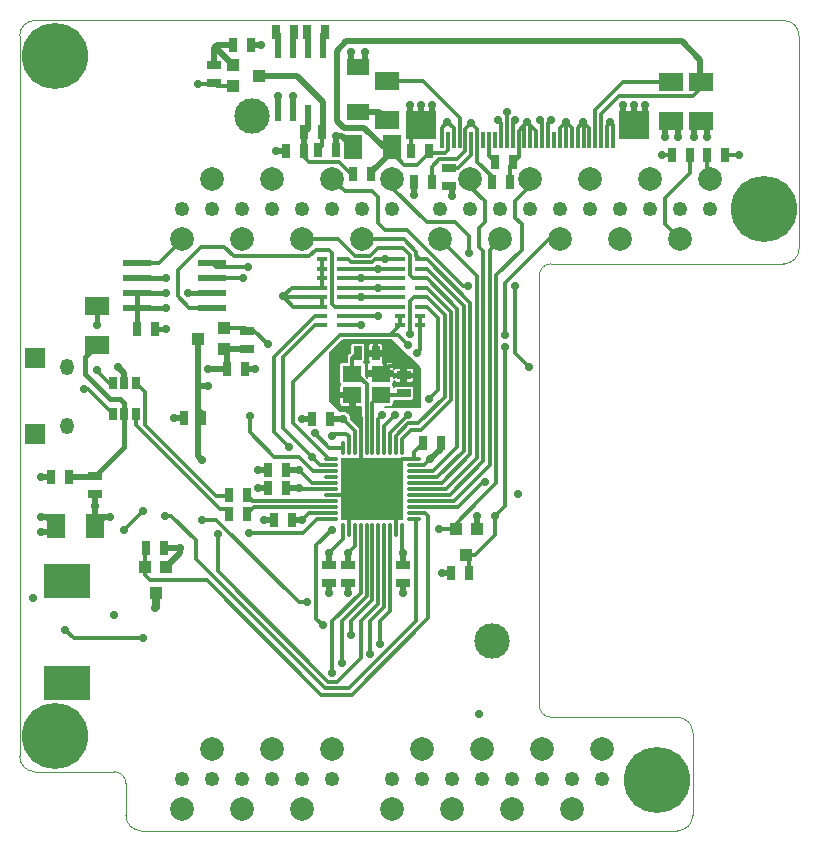
<source format=gbl>
G04 (created by PCBNEW (2013-07-07 BZR 4022)-stable) date 06/05/2014 22:12:36*
%MOIN*%
G04 Gerber Fmt 3.4, Leading zero omitted, Abs format*
%FSLAX34Y34*%
G01*
G70*
G90*
G04 APERTURE LIST*
%ADD10C,0.00590551*%
%ADD11C,0.000393701*%
%ADD12R,0.0944701X0.0236*%
%ADD13R,0.08X0.06*%
%ADD14R,0.025X0.045*%
%ADD15C,0.220472*%
%ADD16R,0.0629921X0.0551181*%
%ADD17R,0.0272X0.0394*%
%ADD18R,0.0433071X0.0433071*%
%ADD19R,0.0748031X0.0551181*%
%ADD20R,0.0236X0.0551*%
%ADD21R,0.06X0.08*%
%ADD22R,0.045X0.025*%
%ADD23R,0.0354331X0.0177165*%
%ADD24O,0.0511811X0.011811*%
%ADD25O,0.011811X0.0511811*%
%ADD26R,0.208661X0.208661*%
%ADD27C,0.11811*%
%ADD28O,0.0452756X0.0551181*%
%ADD29R,0.0669291X0.0669291*%
%ADD30R,0.011811X0.0570866*%
%ADD31R,0.102362X0.0925197*%
%ADD32C,0.0787402*%
%ADD33C,0.0492126*%
%ADD34R,0.15748X0.11811*%
%ADD35C,0.0275591*%
%ADD36C,0.011811*%
%ADD37C,0.019685*%
%ADD38C,0.015748*%
%ADD39C,0.0275591*%
%ADD40C,0.00787402*%
G04 APERTURE END LIST*
G54D10*
G54D11*
X42173Y-51606D02*
X42173Y-27590D01*
X42173Y-27590D02*
G75*
G02X42685Y-27078I511J0D01*
G74*
G01*
X45716Y-52511D02*
X45716Y-53574D01*
X42685Y-52118D02*
X45322Y-52118D01*
X67645Y-27078D02*
X42685Y-27078D01*
X68157Y-34677D02*
X68157Y-27590D01*
X59889Y-35188D02*
X67645Y-35188D01*
X59496Y-49913D02*
X59496Y-35582D01*
X64102Y-50307D02*
X59889Y-50307D01*
X64614Y-53574D02*
X64614Y-50818D01*
X46228Y-54086D02*
X64102Y-54086D01*
X45322Y-52118D02*
G75*
G02X45716Y-52511I0J-393D01*
G74*
G01*
X42685Y-52118D02*
G75*
G02X42173Y-51606I0J511D01*
G74*
G01*
X67645Y-27078D02*
G75*
G02X68157Y-27590I0J-511D01*
G74*
G01*
X68157Y-34678D02*
G75*
G02X67645Y-35188I-511J0D01*
G74*
G01*
X59496Y-35581D02*
G75*
G02X59889Y-35188I393J0D01*
G74*
G01*
X59889Y-50307D02*
G75*
G02X59496Y-49913I0J393D01*
G74*
G01*
X64103Y-50307D02*
G75*
G02X64614Y-50818I0J-511D01*
G74*
G01*
X64614Y-53575D02*
G75*
G02X64102Y-54086I-511J0D01*
G74*
G01*
X46227Y-54086D02*
G75*
G02X45716Y-53574I0J511D01*
G74*
G01*
G54D12*
X46095Y-35155D03*
X48589Y-35155D03*
X46095Y-35655D03*
X46095Y-36155D03*
X46095Y-36655D03*
X48589Y-35655D03*
X48589Y-36155D03*
X48589Y-36655D03*
G54D13*
X44744Y-36613D03*
X44744Y-37913D03*
G54D14*
X65093Y-31574D03*
X65693Y-31574D03*
X64532Y-31574D03*
X63932Y-31574D03*
G54D15*
X43354Y-50937D03*
X63433Y-52393D03*
X43354Y-28259D03*
X66976Y-33377D03*
G54D14*
X46392Y-44665D03*
X46992Y-44665D03*
G54D16*
X53267Y-38858D03*
X54212Y-38858D03*
X54212Y-39566D03*
X53267Y-39566D03*
G54D17*
X45295Y-39173D03*
X46043Y-39173D03*
X45669Y-39173D03*
X46043Y-40197D03*
X45295Y-40197D03*
X45669Y-40197D03*
G54D18*
X49291Y-28567D03*
X49291Y-29267D03*
X50157Y-28917D03*
X57416Y-44035D03*
X56716Y-44035D03*
X57066Y-44901D03*
X48996Y-38046D03*
X48996Y-37346D03*
X48129Y-37696D03*
G54D19*
X53464Y-30118D03*
X53464Y-28622D03*
G54D20*
X50785Y-30164D03*
X50785Y-28064D03*
X51285Y-30164D03*
X51785Y-30164D03*
X52285Y-30164D03*
X51285Y-28064D03*
X51785Y-28064D03*
X52285Y-28064D03*
G54D13*
X63897Y-29133D03*
X63897Y-30433D03*
X64881Y-29133D03*
X64881Y-30433D03*
G54D21*
X44685Y-43917D03*
X43385Y-43917D03*
G54D13*
X54429Y-29094D03*
X54429Y-30394D03*
G54D21*
X54587Y-31299D03*
X53287Y-31299D03*
G54D14*
X49148Y-42913D03*
X49748Y-42913D03*
X49148Y-43523D03*
X49748Y-43523D03*
G54D22*
X48661Y-29177D03*
X48661Y-28577D03*
G54D14*
X53902Y-32204D03*
X53302Y-32204D03*
G54D22*
X44685Y-42278D03*
X44685Y-42878D03*
G54D14*
X58026Y-31811D03*
X58626Y-31811D03*
X56570Y-45511D03*
X57170Y-45511D03*
G54D22*
X49763Y-37416D03*
X49763Y-38016D03*
X54960Y-45231D03*
X54960Y-45831D03*
G54D14*
X56205Y-41161D03*
X55605Y-41161D03*
X43823Y-42283D03*
X43223Y-42283D03*
X52524Y-40354D03*
X51924Y-40354D03*
X49286Y-27913D03*
X49886Y-27913D03*
X51048Y-42657D03*
X50448Y-42657D03*
X52268Y-30807D03*
X51668Y-30807D03*
X51638Y-31417D03*
X51038Y-31417D03*
X52347Y-27460D03*
X51747Y-27460D03*
X50723Y-27460D03*
X51323Y-27460D03*
X52121Y-31397D03*
X52721Y-31397D03*
G54D22*
X53110Y-45231D03*
X53110Y-45831D03*
G54D14*
X51244Y-43720D03*
X50644Y-43720D03*
G54D22*
X56476Y-32003D03*
X56476Y-32603D03*
G54D14*
X57908Y-32460D03*
X58508Y-32460D03*
X55910Y-32460D03*
X55310Y-32460D03*
X49089Y-38700D03*
X49689Y-38700D03*
X55831Y-31437D03*
X55231Y-31437D03*
G54D22*
X52500Y-45231D03*
X52500Y-45831D03*
G54D14*
X51048Y-42047D03*
X50448Y-42047D03*
X46097Y-37362D03*
X46697Y-37362D03*
G54D22*
X54980Y-39512D03*
X54980Y-38912D03*
G54D14*
X53440Y-38169D03*
X54040Y-38169D03*
X48252Y-40314D03*
X47652Y-40314D03*
G54D23*
X54842Y-37244D03*
X54842Y-36929D03*
X54842Y-36614D03*
X54842Y-36299D03*
X54842Y-35984D03*
X54842Y-35669D03*
X54842Y-35354D03*
X54842Y-35039D03*
X55511Y-35039D03*
X55511Y-35354D03*
X55511Y-35669D03*
X55511Y-35984D03*
X55511Y-36299D03*
X55511Y-36614D03*
X55511Y-36929D03*
X55511Y-37244D03*
X52933Y-35039D03*
X52933Y-35354D03*
X52933Y-35669D03*
X52933Y-35984D03*
X52933Y-36299D03*
X52933Y-36614D03*
X52933Y-36929D03*
X52933Y-37244D03*
X52263Y-37244D03*
X52263Y-36929D03*
X52263Y-36614D03*
X52263Y-36299D03*
X52263Y-35984D03*
X52263Y-35669D03*
X52263Y-35354D03*
X52263Y-35039D03*
G54D24*
X52559Y-43681D03*
X52559Y-43484D03*
X52559Y-43287D03*
X52559Y-43090D03*
X52559Y-42893D03*
X52559Y-42696D03*
X52559Y-42500D03*
X52559Y-42303D03*
X52559Y-42106D03*
X52559Y-41909D03*
X52559Y-41712D03*
G54D25*
X52952Y-41318D03*
X53149Y-41318D03*
X53346Y-41318D03*
X53543Y-41318D03*
X53740Y-41318D03*
X53937Y-41318D03*
X54133Y-41318D03*
X54330Y-41318D03*
X54527Y-41318D03*
X54724Y-41318D03*
X54921Y-41318D03*
G54D24*
X55314Y-41712D03*
X55314Y-41909D03*
X55314Y-42106D03*
X55314Y-42303D03*
X55314Y-42500D03*
X55314Y-42696D03*
X55314Y-42893D03*
X55314Y-43090D03*
X55314Y-43287D03*
X55314Y-43484D03*
X55314Y-43681D03*
G54D25*
X54921Y-44074D03*
X54724Y-44074D03*
X54527Y-44074D03*
X54330Y-44074D03*
X54133Y-44074D03*
X53937Y-44074D03*
X53740Y-44074D03*
X53543Y-44074D03*
X53346Y-44074D03*
X53149Y-44074D03*
X52952Y-44074D03*
G54D26*
X53937Y-42696D03*
G54D27*
X49905Y-30267D03*
X57905Y-47767D03*
G54D18*
X47062Y-45295D03*
X46362Y-45295D03*
X46712Y-46161D03*
G54D28*
X43767Y-38614D03*
X43767Y-40582D03*
G54D29*
X42704Y-38338D03*
X42704Y-40858D03*
G54D30*
X56248Y-31055D03*
X56444Y-31055D03*
X56641Y-31055D03*
X56838Y-31055D03*
X57035Y-31055D03*
X57232Y-31055D03*
X57429Y-31055D03*
X57625Y-31055D03*
X57822Y-31055D03*
X58019Y-31055D03*
X58216Y-31055D03*
X58413Y-31055D03*
X58610Y-31055D03*
X58807Y-31055D03*
X59003Y-31055D03*
X59200Y-31055D03*
X59397Y-31055D03*
X59594Y-31055D03*
X59791Y-31055D03*
X59988Y-31055D03*
X60185Y-31055D03*
X60381Y-31055D03*
X60578Y-31055D03*
X60775Y-31055D03*
X60972Y-31055D03*
X61169Y-31055D03*
X61366Y-31055D03*
X61562Y-31055D03*
X61759Y-31055D03*
X61956Y-31055D03*
G54D31*
X55559Y-30562D03*
X62645Y-30562D03*
G54D32*
X61602Y-51370D03*
X60602Y-53370D03*
X59602Y-51370D03*
X58602Y-53370D03*
X57602Y-51370D03*
X56602Y-53370D03*
X55602Y-51370D03*
X54602Y-53370D03*
G54D33*
X61602Y-52370D03*
X60602Y-52370D03*
X59602Y-52370D03*
X58602Y-52370D03*
X57602Y-52370D03*
X56602Y-52370D03*
X55602Y-52370D03*
X54602Y-52370D03*
G54D32*
X65202Y-32370D03*
X64202Y-34370D03*
X63202Y-32370D03*
X62202Y-34370D03*
X61202Y-32370D03*
X60202Y-34370D03*
X59202Y-32370D03*
X58202Y-34370D03*
X56202Y-34370D03*
G54D33*
X65202Y-33370D03*
X64202Y-33370D03*
X63202Y-33370D03*
X62202Y-33370D03*
X61202Y-33370D03*
X60202Y-33370D03*
X59202Y-33370D03*
X58202Y-33370D03*
X57202Y-33370D03*
X56202Y-33370D03*
G54D32*
X57202Y-32370D03*
X52602Y-51370D03*
X51602Y-53370D03*
X50602Y-51370D03*
X49602Y-53370D03*
X48602Y-51370D03*
X47602Y-53370D03*
G54D33*
X52602Y-52370D03*
X51602Y-52370D03*
X50602Y-52370D03*
X49602Y-52370D03*
X48602Y-52370D03*
X47602Y-52370D03*
G54D32*
X54602Y-32370D03*
X53602Y-34370D03*
X52602Y-32370D03*
X51602Y-34370D03*
X50602Y-32370D03*
X49602Y-34370D03*
X48602Y-32370D03*
X47602Y-34370D03*
G54D33*
X54602Y-33370D03*
X53602Y-33370D03*
X52602Y-33370D03*
X51602Y-33370D03*
X50602Y-33370D03*
X49602Y-33370D03*
X48602Y-33370D03*
X47602Y-33370D03*
G54D34*
X43748Y-45779D03*
X43748Y-49165D03*
G54D35*
X47795Y-36161D03*
X47066Y-36653D03*
X47066Y-36161D03*
X57224Y-30492D03*
X51476Y-42657D03*
X57480Y-50196D03*
X48740Y-28016D03*
X45196Y-43622D03*
X44685Y-43248D03*
X45314Y-46889D03*
X42637Y-46338D03*
X48444Y-38700D03*
X66141Y-31574D03*
X63602Y-31574D03*
X56240Y-45511D03*
X54960Y-44822D03*
X54133Y-36929D03*
X55846Y-41712D03*
X51476Y-42047D03*
X51574Y-43720D03*
X52952Y-40354D03*
X52500Y-44822D03*
X53110Y-44822D03*
X48129Y-29192D03*
X47007Y-43582D03*
X48779Y-44192D03*
X55807Y-39704D03*
X52007Y-40826D03*
X54271Y-40216D03*
X45669Y-44055D03*
X46279Y-43444D03*
X54704Y-40216D03*
X54370Y-35039D03*
X58700Y-30413D03*
X54114Y-35354D03*
X58405Y-30118D03*
X53543Y-35669D03*
X58129Y-30413D03*
X46692Y-46653D03*
X50452Y-37874D03*
X57696Y-42460D03*
X58681Y-35944D03*
X57106Y-35944D03*
X59153Y-38641D03*
X55137Y-40216D03*
X51751Y-46476D03*
X48267Y-43720D03*
X55177Y-37519D03*
X49822Y-44153D03*
X57145Y-34842D03*
X52598Y-48818D03*
X52913Y-48503D03*
X53858Y-48188D03*
X54173Y-47874D03*
X58366Y-37952D03*
X55413Y-38169D03*
X58011Y-43602D03*
X49625Y-35669D03*
X54133Y-35984D03*
X59507Y-30413D03*
X49783Y-35295D03*
X53543Y-36299D03*
X59881Y-30413D03*
X55137Y-37913D03*
X58366Y-37559D03*
X51909Y-41614D03*
X56141Y-44035D03*
X49842Y-40275D03*
X48267Y-41732D03*
X48464Y-39271D03*
X46299Y-47677D03*
X43700Y-47401D03*
X53228Y-47559D03*
X52598Y-40944D03*
X51161Y-41299D03*
X52578Y-44055D03*
X52283Y-47244D03*
X47047Y-37362D03*
X47066Y-35649D03*
X47519Y-44665D03*
X45452Y-38622D03*
X47322Y-40314D03*
X42874Y-44133D03*
X42874Y-43622D03*
X42893Y-42283D03*
X50314Y-43720D03*
X58779Y-42874D03*
X50019Y-38700D03*
X65098Y-30964D03*
X64665Y-30964D03*
X64114Y-30964D03*
X63681Y-30964D03*
X50964Y-36279D03*
X59094Y-30472D03*
X53543Y-37244D03*
X50216Y-27913D03*
X63011Y-29881D03*
X62657Y-29881D03*
X62283Y-29881D03*
X61870Y-30472D03*
X60964Y-30472D03*
X60374Y-30472D03*
X55925Y-29881D03*
X55551Y-29881D03*
X55177Y-29881D03*
X56437Y-30472D03*
X53700Y-28129D03*
X53228Y-28129D03*
X56594Y-32933D03*
X55314Y-32913D03*
X50708Y-31417D03*
X52736Y-30944D03*
X51279Y-29606D03*
X50787Y-29606D03*
X57421Y-43602D03*
X53110Y-43523D03*
X54763Y-43523D03*
X53110Y-41870D03*
X53937Y-42696D03*
X54763Y-41870D03*
X51594Y-40354D03*
X53267Y-40059D03*
X52736Y-39566D03*
X54980Y-38582D03*
X54370Y-38169D03*
X54960Y-46161D03*
X53110Y-46161D03*
X52500Y-46161D03*
X50118Y-42657D03*
X50118Y-42047D03*
X44744Y-37224D03*
X44744Y-38740D03*
X44311Y-39350D03*
G54D36*
X51638Y-31417D02*
X51638Y-31618D01*
X53228Y-32204D02*
X53302Y-32204D01*
X52834Y-31811D02*
X53228Y-32204D01*
X51830Y-31811D02*
X52834Y-31811D01*
X51638Y-31618D02*
X51830Y-31811D01*
G54D37*
X51638Y-31417D02*
X51638Y-30837D01*
X51638Y-30837D02*
X51668Y-30807D01*
X51785Y-30164D02*
X51785Y-30690D01*
X51785Y-30690D02*
X51668Y-30807D01*
G54D38*
X46095Y-36655D02*
X46095Y-37360D01*
X46095Y-37360D02*
X46097Y-37362D01*
X48589Y-36155D02*
X47801Y-36155D01*
X47801Y-36155D02*
X47795Y-36161D01*
X46095Y-36655D02*
X47064Y-36655D01*
X47064Y-36655D02*
X47066Y-36653D01*
X46095Y-36155D02*
X47061Y-36155D01*
X47061Y-36155D02*
X47066Y-36161D01*
X46095Y-36655D02*
X46095Y-36155D01*
G54D36*
X57429Y-31055D02*
X57429Y-31799D01*
X57908Y-32278D02*
X57908Y-32460D01*
X57429Y-31799D02*
X57908Y-32278D01*
X57429Y-31055D02*
X57429Y-30696D01*
X57429Y-30696D02*
X57224Y-30492D01*
X57035Y-30681D02*
X57224Y-30492D01*
X57035Y-30681D02*
X57035Y-31055D01*
X55910Y-32460D02*
X55910Y-31963D01*
X57035Y-31429D02*
X57035Y-31055D01*
X56751Y-31712D02*
X57035Y-31429D01*
X56161Y-31712D02*
X56751Y-31712D01*
X55910Y-31963D02*
X56161Y-31712D01*
G54D37*
X51048Y-42657D02*
X51476Y-42657D01*
G54D36*
X51515Y-42696D02*
X51476Y-42657D01*
X51515Y-42696D02*
X52559Y-42696D01*
G54D37*
X44685Y-43917D02*
X44980Y-43622D01*
X44980Y-43622D02*
X45196Y-43622D01*
X44685Y-42878D02*
X44685Y-42879D01*
X44685Y-42879D02*
X44685Y-43248D01*
X44685Y-43248D02*
X44685Y-43917D01*
X51574Y-43720D02*
X51244Y-43720D01*
X49089Y-38700D02*
X49089Y-38140D01*
X49089Y-38140D02*
X48996Y-38046D01*
X49089Y-38700D02*
X48444Y-38700D01*
X48996Y-38046D02*
X49733Y-38046D01*
X49733Y-38046D02*
X49763Y-38016D01*
G54D36*
X65693Y-31574D02*
X66141Y-31574D01*
X63932Y-31574D02*
X63602Y-31574D01*
G54D37*
X56240Y-45511D02*
X56570Y-45511D01*
G54D36*
X52933Y-36929D02*
X54133Y-36929D01*
X56205Y-41161D02*
X56205Y-41353D01*
X55649Y-41909D02*
X55846Y-41712D01*
X55649Y-41909D02*
X55314Y-41909D01*
G54D37*
X56205Y-41353D02*
X55846Y-41712D01*
X49291Y-28567D02*
X48740Y-28016D01*
X48740Y-28016D02*
X48735Y-28011D01*
X48735Y-28011D02*
X48661Y-28011D01*
X48661Y-28577D02*
X48661Y-28011D01*
X48759Y-27913D02*
X48661Y-28011D01*
X48759Y-27913D02*
X49286Y-27913D01*
X51048Y-42047D02*
X51476Y-42047D01*
G54D36*
X51929Y-42500D02*
X51476Y-42047D01*
X51929Y-42500D02*
X52559Y-42500D01*
G54D37*
X52524Y-40354D02*
X52952Y-40354D01*
G54D36*
X53346Y-40748D02*
X52952Y-40354D01*
X53346Y-40748D02*
X53346Y-41318D01*
G54D37*
X54960Y-45231D02*
X54960Y-44822D01*
G54D36*
X54921Y-44783D02*
X54960Y-44822D01*
X54921Y-44783D02*
X54921Y-44074D01*
G54D37*
X52500Y-45231D02*
X52500Y-44822D01*
G54D36*
X52952Y-44370D02*
X52500Y-44822D01*
X52952Y-44370D02*
X52952Y-44074D01*
X51811Y-43484D02*
X51574Y-43720D01*
X51811Y-43484D02*
X52559Y-43484D01*
X64881Y-29133D02*
X64881Y-29330D01*
X61562Y-30188D02*
X62165Y-29586D01*
X62165Y-29586D02*
X63366Y-29586D01*
X61562Y-30188D02*
X61562Y-31055D01*
X64625Y-29586D02*
X63366Y-29586D01*
X64881Y-29330D02*
X64625Y-29586D01*
G54D37*
X54587Y-31299D02*
X54311Y-31299D01*
X54311Y-31299D02*
X53661Y-30649D01*
X64862Y-28385D02*
X64862Y-29133D01*
X64251Y-27775D02*
X64862Y-28385D01*
X53070Y-27775D02*
X64251Y-27775D01*
X52755Y-28090D02*
X53070Y-27775D01*
X52755Y-30433D02*
X52755Y-28090D01*
X52972Y-30649D02*
X52755Y-30433D01*
X53661Y-30649D02*
X52972Y-30649D01*
G54D36*
X54587Y-31299D02*
X54587Y-31476D01*
X55885Y-31437D02*
X55831Y-31437D01*
X55433Y-31889D02*
X55885Y-31437D01*
X55000Y-31889D02*
X55433Y-31889D01*
X54587Y-31476D02*
X55000Y-31889D01*
X56444Y-31055D02*
X56444Y-31409D01*
X56444Y-31409D02*
X56358Y-31496D01*
X56358Y-31496D02*
X55890Y-31496D01*
X55890Y-31496D02*
X55831Y-31437D01*
X53902Y-32204D02*
X53902Y-32140D01*
X54587Y-31456D02*
X54587Y-31299D01*
G54D37*
X53902Y-32140D02*
X54587Y-31456D01*
X53110Y-45231D02*
X53110Y-44822D01*
G54D36*
X53346Y-44586D02*
X53110Y-44822D01*
X53346Y-44586D02*
X53346Y-44074D01*
X48646Y-29192D02*
X48661Y-29177D01*
X48129Y-29192D02*
X48646Y-29192D01*
X48661Y-29177D02*
X48750Y-29267D01*
X48750Y-29267D02*
X49291Y-29267D01*
X48051Y-44409D02*
X47224Y-43582D01*
X47224Y-43582D02*
X47007Y-43582D01*
X55314Y-43681D02*
X55393Y-43759D01*
X48051Y-45039D02*
X48051Y-44409D01*
X52342Y-49330D02*
X48051Y-45039D01*
X53149Y-49330D02*
X52342Y-49330D01*
X55393Y-47086D02*
X53149Y-49330D01*
X55393Y-43759D02*
X55393Y-47086D01*
X48779Y-44192D02*
X48779Y-45433D01*
X52460Y-49114D02*
X48779Y-45433D01*
X54133Y-44074D02*
X54133Y-46515D01*
X52755Y-49114D02*
X52460Y-49114D01*
X53543Y-48326D02*
X52755Y-49114D01*
X53543Y-47106D02*
X53543Y-48326D01*
X54133Y-46515D02*
X53543Y-47106D01*
X55807Y-39704D02*
X56122Y-39389D01*
X52952Y-41318D02*
X52500Y-41318D01*
X52500Y-41318D02*
X52007Y-40826D01*
X55748Y-36614D02*
X55511Y-36614D01*
X56122Y-36988D02*
X55748Y-36614D01*
X56122Y-39389D02*
X56122Y-36988D01*
X51161Y-34940D02*
X49311Y-34940D01*
X47836Y-36655D02*
X48392Y-36655D01*
X47440Y-36259D02*
X47836Y-36655D01*
X47440Y-35393D02*
X47440Y-36259D01*
X48208Y-34625D02*
X47440Y-35393D01*
X48996Y-34625D02*
X48208Y-34625D01*
X49311Y-34940D02*
X48996Y-34625D01*
X52933Y-36614D02*
X52696Y-36614D01*
X51830Y-34940D02*
X51161Y-34940D01*
X51161Y-34940D02*
X51141Y-34940D01*
X52047Y-34724D02*
X51830Y-34940D01*
X52500Y-34724D02*
X52047Y-34724D01*
X52598Y-34822D02*
X52500Y-34724D01*
X52598Y-36515D02*
X52598Y-34822D01*
X52696Y-36614D02*
X52598Y-36515D01*
X54842Y-36614D02*
X52933Y-36614D01*
X65093Y-31574D02*
X65093Y-32261D01*
X65093Y-32261D02*
X65202Y-32370D01*
X54133Y-41318D02*
X54133Y-40354D01*
X54133Y-40354D02*
X54271Y-40216D01*
X64202Y-34370D02*
X63700Y-33868D01*
X64532Y-32160D02*
X64532Y-31574D01*
X63700Y-32992D02*
X64532Y-32160D01*
X63700Y-33868D02*
X63700Y-32992D01*
X45669Y-44055D02*
X46279Y-43444D01*
X54330Y-41318D02*
X54330Y-40590D01*
X54330Y-40590D02*
X54704Y-40216D01*
X58610Y-30503D02*
X58700Y-30413D01*
X58610Y-30503D02*
X58610Y-31055D01*
X52933Y-35039D02*
X53129Y-35039D01*
X54370Y-35039D02*
X54842Y-35039D01*
X54035Y-35039D02*
X54370Y-35039D01*
X53937Y-35137D02*
X54035Y-35039D01*
X53228Y-35137D02*
X53937Y-35137D01*
X53129Y-35039D02*
X53228Y-35137D01*
X55511Y-35039D02*
X55748Y-35039D01*
X55748Y-35039D02*
X57204Y-36496D01*
X55511Y-35039D02*
X55393Y-34921D01*
X55393Y-34921D02*
X55393Y-34783D01*
X55393Y-34783D02*
X54980Y-34370D01*
X54980Y-34370D02*
X53602Y-34370D01*
X55314Y-42500D02*
X56240Y-42500D01*
X57204Y-41535D02*
X57204Y-36496D01*
X56240Y-42500D02*
X57204Y-41535D01*
X55314Y-42303D02*
X56102Y-42303D01*
X55748Y-35354D02*
X55511Y-35354D01*
X56988Y-36594D02*
X55748Y-35354D01*
X56988Y-41417D02*
X56988Y-36594D01*
X56102Y-42303D02*
X56988Y-41417D01*
X55511Y-35669D02*
X55275Y-35669D01*
X52795Y-34370D02*
X51602Y-34370D01*
X53366Y-34940D02*
X52795Y-34370D01*
X53838Y-34940D02*
X53366Y-34940D01*
X54114Y-34665D02*
X53838Y-34940D01*
X54960Y-34665D02*
X54114Y-34665D01*
X55177Y-34881D02*
X54960Y-34665D01*
X55177Y-35570D02*
X55177Y-34881D01*
X55275Y-35669D02*
X55177Y-35570D01*
X55314Y-42106D02*
X55964Y-42106D01*
X55748Y-35669D02*
X55511Y-35669D01*
X56771Y-36692D02*
X55748Y-35669D01*
X56771Y-41299D02*
X56771Y-36692D01*
X55964Y-42106D02*
X56771Y-41299D01*
X58413Y-30125D02*
X58405Y-30118D01*
X58413Y-30125D02*
X58413Y-31055D01*
X54842Y-35354D02*
X54114Y-35354D01*
X54114Y-35354D02*
X52933Y-35354D01*
X58216Y-30500D02*
X58129Y-30413D01*
X58216Y-30500D02*
X58216Y-31055D01*
X52933Y-35669D02*
X53543Y-35669D01*
X53543Y-35669D02*
X54842Y-35669D01*
G54D39*
X46712Y-46633D02*
X46712Y-46161D01*
X46692Y-46653D02*
X46712Y-46633D01*
G54D36*
X46362Y-45295D02*
X46362Y-45555D01*
X46535Y-45728D02*
X48405Y-45728D01*
X46362Y-45555D02*
X46535Y-45728D01*
X46362Y-45295D02*
X46362Y-44695D01*
X46362Y-44695D02*
X46392Y-44665D01*
X55314Y-43484D02*
X55688Y-43484D01*
X52224Y-49547D02*
X48405Y-45728D01*
X53248Y-49547D02*
X52224Y-49547D01*
X55787Y-47007D02*
X53248Y-49547D01*
X55787Y-43582D02*
X55787Y-47007D01*
X55688Y-43484D02*
X55787Y-43582D01*
X49995Y-37416D02*
X50452Y-37874D01*
X49763Y-37416D02*
X49995Y-37416D01*
X48996Y-37346D02*
X49694Y-37346D01*
X49694Y-37346D02*
X49763Y-37416D01*
X55314Y-42696D02*
X56377Y-42696D01*
X57421Y-35588D02*
X56202Y-34370D01*
X57421Y-41653D02*
X57421Y-35588D01*
X56377Y-42696D02*
X57421Y-41653D01*
X55314Y-42893D02*
X56515Y-42893D01*
X57202Y-32615D02*
X57202Y-32370D01*
X57696Y-33110D02*
X57202Y-32615D01*
X57696Y-33799D02*
X57696Y-33110D01*
X57500Y-33996D02*
X57696Y-33799D01*
X57500Y-34625D02*
X57500Y-33996D01*
X57637Y-34763D02*
X57500Y-34625D01*
X57637Y-41771D02*
X57637Y-34763D01*
X56515Y-42893D02*
X57637Y-41771D01*
X58202Y-34370D02*
X57854Y-34718D01*
X57854Y-34718D02*
X57854Y-34724D01*
X55314Y-43090D02*
X56653Y-43090D01*
X57854Y-41889D02*
X57854Y-34724D01*
X56653Y-43090D02*
X57854Y-41889D01*
X57322Y-42755D02*
X57618Y-42460D01*
X57618Y-42460D02*
X57696Y-42460D01*
X56968Y-35944D02*
X57106Y-35944D01*
X55098Y-34074D02*
X56968Y-35944D01*
X54370Y-34074D02*
X55098Y-34074D01*
X54114Y-33818D02*
X54370Y-34074D01*
X54114Y-32952D02*
X54114Y-33818D01*
X53937Y-32775D02*
X54114Y-32952D01*
X53007Y-32775D02*
X53937Y-32775D01*
X52602Y-32370D02*
X53007Y-32775D01*
X58681Y-38169D02*
X58681Y-35944D01*
X58681Y-38169D02*
X59153Y-38641D01*
X57322Y-42755D02*
X56791Y-43287D01*
X55314Y-43287D02*
X56791Y-43287D01*
X46095Y-35155D02*
X46836Y-35155D01*
X46836Y-35155D02*
X47622Y-34370D01*
X48720Y-43720D02*
X51476Y-46476D01*
X51476Y-46476D02*
X51751Y-46476D01*
X54527Y-40826D02*
X54803Y-40551D01*
X54803Y-40551D02*
X54803Y-40551D01*
X54803Y-40551D02*
X55137Y-40216D01*
X54527Y-41318D02*
X54527Y-40826D01*
X48720Y-43720D02*
X48267Y-43720D01*
X55511Y-36299D02*
X55314Y-36299D01*
X55177Y-36437D02*
X55177Y-37519D01*
X55314Y-36299D02*
X55177Y-36437D01*
X54724Y-41318D02*
X54724Y-40925D01*
X55748Y-36299D02*
X55511Y-36299D01*
X56338Y-36889D02*
X55748Y-36299D01*
X56338Y-39625D02*
X56338Y-36889D01*
X55452Y-40511D02*
X56338Y-39625D01*
X55137Y-40511D02*
X55452Y-40511D01*
X54724Y-40925D02*
X55137Y-40511D01*
X52086Y-43681D02*
X52559Y-43681D01*
X51614Y-44153D02*
X49822Y-44153D01*
X52086Y-43681D02*
X51614Y-44153D01*
X54602Y-32653D02*
X55748Y-33799D01*
X55748Y-33799D02*
X56673Y-33799D01*
X56673Y-33799D02*
X57145Y-34271D01*
X57145Y-34271D02*
X57145Y-34842D01*
X54602Y-32370D02*
X54602Y-32653D01*
X53543Y-46161D02*
X52598Y-47106D01*
X52598Y-47106D02*
X52598Y-48818D01*
X53543Y-44074D02*
X53543Y-46161D01*
X53740Y-44074D02*
X53740Y-46279D01*
X52913Y-47106D02*
X52913Y-48503D01*
X53740Y-46279D02*
X52913Y-47106D01*
X54330Y-44074D02*
X54330Y-46633D01*
X53858Y-47106D02*
X53858Y-48188D01*
X54330Y-46633D02*
X53858Y-47106D01*
X54527Y-44074D02*
X54527Y-46751D01*
X54173Y-47106D02*
X54173Y-47874D01*
X54527Y-46751D02*
X54173Y-47106D01*
X58011Y-43602D02*
X58366Y-43248D01*
X58366Y-43248D02*
X58366Y-41496D01*
X58366Y-37952D02*
X58366Y-41496D01*
X55511Y-37244D02*
X55511Y-38070D01*
X55511Y-38070D02*
X55413Y-38169D01*
X55511Y-36929D02*
X55511Y-37244D01*
X57066Y-44901D02*
X57342Y-44901D01*
X57342Y-44901D02*
X58011Y-44232D01*
X58011Y-44232D02*
X58011Y-43602D01*
X57170Y-45511D02*
X57170Y-45004D01*
X57170Y-45004D02*
X57066Y-44901D01*
X48589Y-35655D02*
X48603Y-35669D01*
X48603Y-35669D02*
X49625Y-35669D01*
X59594Y-30500D02*
X59507Y-30413D01*
X59594Y-30500D02*
X59594Y-31055D01*
X54842Y-35984D02*
X54133Y-35984D01*
X54133Y-35984D02*
X52933Y-35984D01*
X54921Y-41318D02*
X54921Y-41062D01*
X55748Y-35984D02*
X55511Y-35984D01*
X56555Y-36791D02*
X55748Y-35984D01*
X56555Y-39744D02*
X56555Y-36791D01*
X55570Y-40728D02*
X56555Y-39744D01*
X55236Y-40728D02*
X55570Y-40728D01*
X54921Y-41043D02*
X55236Y-40728D01*
X49783Y-35295D02*
X48729Y-35295D01*
X48729Y-35295D02*
X48589Y-35155D01*
X59791Y-30503D02*
X59881Y-30413D01*
X59791Y-30503D02*
X59791Y-31055D01*
X52933Y-36299D02*
X53543Y-36299D01*
X53543Y-36299D02*
X54842Y-36299D01*
X54537Y-37549D02*
X54773Y-37549D01*
X54773Y-37549D02*
X55137Y-37913D01*
X59822Y-34370D02*
X60202Y-34370D01*
X58366Y-35826D02*
X59822Y-34370D01*
X58366Y-37559D02*
X58366Y-35826D01*
X54842Y-37244D02*
X54842Y-36929D01*
X52864Y-37549D02*
X54537Y-37549D01*
X54537Y-37549D02*
X54842Y-37244D01*
X52559Y-41712D02*
X52480Y-41712D01*
X51279Y-39133D02*
X52864Y-37549D01*
X51279Y-40511D02*
X51279Y-39133D01*
X52480Y-41712D02*
X51279Y-40511D01*
X57500Y-43070D02*
X58070Y-42500D01*
X58070Y-42500D02*
X58070Y-41751D01*
X56716Y-44035D02*
X56716Y-43853D01*
X59202Y-32588D02*
X59202Y-32370D01*
X58070Y-41751D02*
X58070Y-35570D01*
X58070Y-35570D02*
X58917Y-34724D01*
X58917Y-34724D02*
X58917Y-33877D01*
X58917Y-33877D02*
X58700Y-33661D01*
X58700Y-33661D02*
X58700Y-33090D01*
X58700Y-33090D02*
X59202Y-32588D01*
X56716Y-43853D02*
X57500Y-43070D01*
X50964Y-39212D02*
X50964Y-38307D01*
X52027Y-37244D02*
X52263Y-37244D01*
X50964Y-38307D02*
X52027Y-37244D01*
X50964Y-40669D02*
X50964Y-39212D01*
X51909Y-41614D02*
X50964Y-40669D01*
X52559Y-41909D02*
X52204Y-41909D01*
X56141Y-44035D02*
X56716Y-44035D01*
X52204Y-41909D02*
X51909Y-41614D01*
X49842Y-40275D02*
X49842Y-40787D01*
X50669Y-41614D02*
X51476Y-41614D01*
X49842Y-40787D02*
X50669Y-41614D01*
X52559Y-42106D02*
X51968Y-42106D01*
X51968Y-42106D02*
X51476Y-41614D01*
X46043Y-39173D02*
X46062Y-39173D01*
X46358Y-40570D02*
X48720Y-42933D01*
X46358Y-39468D02*
X46358Y-40570D01*
X46062Y-39173D02*
X46358Y-39468D01*
X49148Y-42913D02*
X49129Y-42933D01*
X49129Y-42933D02*
X48720Y-42933D01*
X46043Y-40197D02*
X46043Y-40570D01*
X46043Y-40570D02*
X48838Y-43366D01*
X49148Y-43523D02*
X49091Y-43366D01*
X49091Y-43366D02*
X48838Y-43366D01*
G54D37*
X48252Y-40314D02*
X48252Y-40181D01*
X48252Y-40181D02*
X48129Y-40059D01*
X48252Y-40314D02*
X48149Y-40314D01*
X48129Y-40295D02*
X48252Y-40314D01*
X48149Y-40314D02*
X48129Y-40295D01*
X48464Y-39271D02*
X48129Y-39271D01*
X48129Y-39271D02*
X48129Y-39291D01*
X48129Y-37696D02*
X48129Y-39291D01*
X48129Y-39291D02*
X48129Y-40059D01*
X48129Y-40059D02*
X48129Y-41594D01*
X48129Y-41594D02*
X48267Y-41732D01*
G54D36*
X43976Y-47677D02*
X46299Y-47677D01*
X43700Y-47401D02*
X43976Y-47677D01*
X53937Y-44074D02*
X53937Y-46397D01*
X53228Y-47106D02*
X53228Y-47559D01*
X53937Y-46397D02*
X53228Y-47106D01*
X50649Y-39114D02*
X50649Y-38307D01*
X52027Y-36929D02*
X52263Y-36929D01*
X50649Y-38307D02*
X52027Y-36929D01*
X52972Y-40866D02*
X52677Y-40866D01*
X52677Y-40866D02*
X52598Y-40944D01*
X50649Y-40787D02*
X50649Y-39114D01*
X51161Y-41299D02*
X50649Y-40787D01*
X53070Y-40866D02*
X52972Y-40866D01*
X52578Y-44055D02*
X52066Y-44566D01*
X53149Y-41318D02*
X53149Y-40944D01*
X53149Y-40944D02*
X53070Y-40866D01*
X52066Y-47027D02*
X52283Y-47244D01*
X52066Y-44566D02*
X52066Y-47027D01*
G54D38*
X46697Y-37362D02*
X47047Y-37362D01*
X46095Y-35655D02*
X47061Y-35655D01*
X47061Y-35655D02*
X47066Y-35649D01*
G54D37*
X47519Y-44665D02*
X47519Y-44838D01*
X46992Y-44665D02*
X47519Y-44665D01*
X47519Y-44838D02*
X47062Y-45295D01*
X45669Y-39173D02*
X45669Y-38838D01*
X45669Y-38838D02*
X45452Y-38622D01*
X47652Y-40314D02*
X47322Y-40314D01*
X43385Y-43917D02*
X43168Y-44133D01*
X43168Y-44133D02*
X42874Y-44133D01*
X43385Y-43917D02*
X43090Y-43622D01*
X43090Y-43622D02*
X42874Y-43622D01*
X43223Y-42283D02*
X42893Y-42283D01*
X50644Y-43720D02*
X50314Y-43720D01*
X49689Y-38700D02*
X50019Y-38700D01*
X64881Y-30433D02*
X65098Y-30650D01*
X65098Y-30650D02*
X65098Y-30964D01*
X64881Y-30433D02*
X64665Y-30650D01*
X64665Y-30650D02*
X64665Y-30964D01*
X63897Y-30433D02*
X64114Y-30650D01*
X64114Y-30650D02*
X64114Y-30964D01*
X63897Y-30433D02*
X63681Y-30650D01*
X63681Y-30650D02*
X63681Y-30964D01*
G54D36*
X52263Y-36614D02*
X51299Y-36614D01*
X50984Y-36299D02*
X50964Y-36279D01*
X52263Y-36299D02*
X50984Y-36299D01*
X51259Y-35984D02*
X52263Y-35984D01*
X51259Y-35984D02*
X50964Y-36279D01*
X51299Y-36614D02*
X50964Y-36279D01*
X52263Y-35039D02*
X52263Y-35354D01*
X52263Y-35354D02*
X52263Y-35669D01*
X52263Y-35984D02*
X52263Y-35669D01*
X52263Y-36614D02*
X52263Y-36299D01*
X59397Y-31055D02*
X59397Y-30775D01*
X59397Y-30775D02*
X59094Y-30472D01*
X58807Y-31055D02*
X58807Y-30759D01*
X59200Y-30578D02*
X59094Y-30472D01*
X59200Y-31055D02*
X59200Y-30578D01*
X59003Y-30562D02*
X59003Y-31055D01*
X59003Y-30562D02*
X59094Y-30472D01*
X58807Y-30759D02*
X59094Y-30472D01*
X52933Y-37244D02*
X53543Y-37244D01*
X55605Y-41161D02*
X55314Y-41451D01*
X55314Y-41451D02*
X55314Y-41712D01*
G54D37*
X49886Y-27913D02*
X50216Y-27913D01*
G54D36*
X62645Y-30562D02*
X63011Y-30196D01*
G54D37*
X63011Y-30196D02*
X63011Y-29881D01*
G54D36*
X62645Y-30562D02*
X62657Y-30551D01*
G54D37*
X62657Y-30551D02*
X62657Y-29881D01*
G54D36*
X62645Y-30562D02*
X62283Y-30200D01*
G54D37*
X62283Y-30200D02*
X62283Y-29881D01*
G54D36*
X61956Y-31055D02*
X61956Y-30559D01*
X61759Y-30582D02*
X61870Y-30472D01*
X61759Y-30582D02*
X61759Y-31055D01*
X61956Y-30559D02*
X61870Y-30472D01*
X61169Y-31055D02*
X61169Y-30677D01*
X61169Y-30677D02*
X60964Y-30472D01*
X60775Y-31055D02*
X60775Y-30661D01*
X60972Y-30480D02*
X60964Y-30472D01*
X60972Y-30480D02*
X60972Y-31055D01*
X60775Y-30661D02*
X60964Y-30472D01*
X60578Y-31055D02*
X60578Y-30677D01*
X60578Y-30677D02*
X60374Y-30472D01*
X60185Y-31055D02*
X60185Y-30661D01*
X60381Y-30480D02*
X60374Y-30472D01*
X60381Y-30480D02*
X60381Y-31055D01*
X60185Y-30661D02*
X60374Y-30472D01*
X55559Y-30562D02*
X55925Y-30196D01*
G54D37*
X55925Y-30196D02*
X55925Y-29881D01*
G54D36*
X55559Y-30562D02*
X55551Y-30555D01*
G54D37*
X55551Y-30555D02*
X55551Y-29881D01*
G54D36*
X55559Y-30562D02*
X55177Y-30181D01*
G54D37*
X55177Y-30181D02*
X55177Y-29881D01*
G54D36*
X55231Y-31437D02*
X55231Y-30890D01*
X55231Y-30890D02*
X55559Y-30562D01*
X56641Y-31055D02*
X56641Y-30677D01*
X56248Y-30661D02*
X56437Y-30472D01*
X56248Y-30661D02*
X56248Y-31055D01*
X56641Y-30677D02*
X56437Y-30472D01*
X53464Y-28622D02*
X53700Y-28385D01*
G54D37*
X53700Y-28385D02*
X53700Y-28129D01*
G54D36*
X53464Y-28622D02*
X53228Y-28385D01*
G54D37*
X53228Y-28385D02*
X53228Y-28129D01*
G54D36*
X58508Y-32460D02*
X58508Y-31929D01*
X58508Y-31929D02*
X58626Y-31811D01*
X58807Y-31055D02*
X58807Y-31630D01*
X58807Y-31630D02*
X58626Y-31811D01*
G54D37*
X56476Y-32603D02*
X56594Y-32721D01*
X56594Y-32721D02*
X56594Y-32933D01*
X55310Y-32460D02*
X55310Y-32908D01*
G54D36*
X55310Y-32908D02*
X55314Y-32913D01*
G54D37*
X51038Y-31417D02*
X50708Y-31417D01*
X52736Y-30944D02*
X52932Y-30944D01*
G54D36*
X52721Y-30959D02*
X52736Y-30944D01*
G54D37*
X52721Y-31397D02*
X52721Y-30959D01*
X52932Y-30944D02*
X53287Y-31299D01*
X51285Y-30164D02*
X51285Y-29612D01*
X51285Y-29612D02*
X51279Y-29606D01*
X50785Y-30164D02*
X50785Y-29608D01*
X50785Y-29608D02*
X50787Y-29606D01*
X57416Y-44035D02*
X57416Y-43606D01*
G54D36*
X57416Y-43606D02*
X57421Y-43602D01*
X53110Y-43523D02*
X53937Y-42696D01*
X54763Y-43523D02*
X53937Y-42696D01*
X53110Y-41870D02*
X53937Y-42696D01*
X54763Y-41870D02*
X53937Y-42696D01*
G54D37*
X51924Y-40354D02*
X51594Y-40354D01*
G54D36*
X53543Y-41318D02*
X53543Y-40334D01*
X53267Y-40059D02*
X53267Y-39566D01*
X53543Y-40334D02*
X53267Y-40059D01*
X53267Y-39566D02*
X52736Y-39566D01*
X54980Y-38582D02*
X54488Y-38582D01*
X54980Y-38912D02*
X54980Y-38582D01*
X54488Y-38582D02*
X54212Y-38858D01*
X54370Y-38169D02*
X54370Y-38700D01*
X54040Y-38169D02*
X54370Y-38169D01*
X54370Y-38700D02*
X54212Y-38858D01*
G54D37*
X54960Y-45831D02*
X54960Y-46161D01*
X53110Y-45831D02*
X53110Y-46161D01*
X52500Y-45831D02*
X52500Y-46161D01*
G54D36*
X53149Y-44074D02*
X53149Y-43484D01*
X53149Y-43484D02*
X53937Y-42696D01*
X54724Y-44074D02*
X54724Y-43484D01*
X54724Y-43484D02*
X53937Y-42696D01*
X55314Y-41712D02*
X54921Y-41712D01*
X54921Y-41712D02*
X53937Y-42696D01*
X53543Y-41318D02*
X53543Y-42303D01*
X53543Y-42303D02*
X53937Y-42696D01*
G54D37*
X50448Y-42657D02*
X50118Y-42657D01*
X50448Y-42047D02*
X50118Y-42047D01*
G54D36*
X52559Y-42893D02*
X53740Y-42893D01*
X53740Y-42893D02*
X53937Y-42696D01*
X63897Y-29133D02*
X62303Y-29133D01*
X61362Y-31055D02*
X61366Y-31055D01*
X61362Y-30074D02*
X61362Y-31055D01*
X62303Y-29133D02*
X61362Y-30074D01*
G54D37*
X53464Y-30118D02*
X54153Y-30118D01*
X54153Y-30118D02*
X54429Y-30394D01*
G54D36*
X54212Y-39566D02*
X54925Y-39566D01*
X54925Y-39566D02*
X54980Y-39512D01*
X53937Y-41318D02*
X53937Y-39842D01*
X53937Y-39842D02*
X54212Y-39566D01*
X53267Y-38858D02*
X53267Y-38341D01*
X53267Y-38341D02*
X53440Y-38169D01*
X53740Y-41318D02*
X53740Y-39212D01*
X53385Y-38858D02*
X53267Y-38858D01*
X53740Y-39212D02*
X53385Y-38858D01*
X54429Y-29094D02*
X55609Y-29094D01*
X56838Y-31055D02*
X56838Y-30322D01*
X56838Y-30322D02*
X55609Y-29094D01*
X56476Y-32003D02*
X56776Y-32003D01*
X57232Y-31547D02*
X57232Y-31055D01*
X56776Y-32003D02*
X57232Y-31547D01*
X57822Y-31055D02*
X57822Y-31607D01*
X57822Y-31607D02*
X58026Y-31811D01*
X52268Y-30807D02*
X52268Y-31250D01*
X52268Y-31250D02*
X52121Y-31397D01*
G54D37*
X52285Y-30164D02*
X52285Y-30790D01*
X52285Y-30790D02*
X52268Y-30807D01*
X52285Y-29785D02*
X52285Y-30164D01*
X51417Y-28917D02*
X52285Y-29785D01*
X50157Y-28917D02*
X51417Y-28917D01*
X51785Y-28064D02*
X51785Y-27498D01*
X51785Y-27498D02*
X51747Y-27460D01*
X52285Y-28064D02*
X52285Y-27522D01*
X52285Y-27522D02*
X52347Y-27460D01*
X51285Y-28064D02*
X51285Y-27498D01*
X51285Y-27498D02*
X51323Y-27460D01*
X50785Y-28064D02*
X50785Y-27522D01*
X50785Y-27522D02*
X50723Y-27460D01*
G54D38*
X44744Y-37224D02*
X44744Y-36613D01*
G54D36*
X44744Y-38740D02*
X44724Y-38740D01*
X44724Y-38740D02*
X45216Y-39232D01*
X44311Y-39350D02*
X44448Y-39350D01*
X44448Y-39350D02*
X45295Y-40197D01*
X52559Y-43287D02*
X49985Y-43287D01*
X49985Y-43287D02*
X49748Y-43523D01*
X52559Y-43090D02*
X49925Y-43090D01*
X49925Y-43090D02*
X49748Y-42913D01*
G54D38*
X44468Y-38956D02*
X44370Y-38858D01*
X44370Y-38287D02*
X44744Y-37913D01*
X44370Y-38858D02*
X44370Y-38287D01*
X45669Y-40197D02*
X45669Y-41294D01*
X45669Y-41294D02*
X44685Y-42278D01*
X45669Y-39822D02*
X45669Y-40197D01*
X45531Y-39685D02*
X45669Y-39822D01*
X45196Y-39685D02*
X45531Y-39685D01*
X44468Y-38956D02*
X45196Y-39685D01*
G54D37*
X44685Y-42278D02*
X44680Y-42283D01*
X44680Y-42283D02*
X43823Y-42283D01*
G54D10*
G36*
X55511Y-39980D02*
X55256Y-39980D01*
X55190Y-39952D01*
X55085Y-39952D01*
X55018Y-39980D01*
X54823Y-39980D01*
X54757Y-39952D01*
X54652Y-39952D01*
X54585Y-39980D01*
X54390Y-39980D01*
X54362Y-39968D01*
X54552Y-39968D01*
X54598Y-39949D01*
X54634Y-39913D01*
X54653Y-39867D01*
X54653Y-39817D01*
X54653Y-39751D01*
X54702Y-39751D01*
X54730Y-39763D01*
X54780Y-39763D01*
X55230Y-39763D01*
X55276Y-39744D01*
X55312Y-39709D01*
X55331Y-39662D01*
X55331Y-39612D01*
X55331Y-39362D01*
X55331Y-39062D01*
X55331Y-38762D01*
X55312Y-38716D01*
X55276Y-38680D01*
X55230Y-38661D01*
X55180Y-38661D01*
X55090Y-38661D01*
X55059Y-38693D01*
X55059Y-38850D01*
X55299Y-38850D01*
X55331Y-38818D01*
X55331Y-38762D01*
X55331Y-39062D01*
X55331Y-39006D01*
X55299Y-38975D01*
X55059Y-38975D01*
X55059Y-39132D01*
X55090Y-39163D01*
X55180Y-39163D01*
X55230Y-39163D01*
X55276Y-39144D01*
X55312Y-39108D01*
X55331Y-39062D01*
X55331Y-39362D01*
X55312Y-39316D01*
X55276Y-39280D01*
X55230Y-39261D01*
X55180Y-39261D01*
X54730Y-39261D01*
X54684Y-39280D01*
X54653Y-39311D01*
X54653Y-39266D01*
X54634Y-39220D01*
X54626Y-39212D01*
X54634Y-39205D01*
X54653Y-39159D01*
X54653Y-39113D01*
X54683Y-39144D01*
X54730Y-39163D01*
X54780Y-39163D01*
X54870Y-39163D01*
X54901Y-39132D01*
X54901Y-38975D01*
X54901Y-38850D01*
X54901Y-38693D01*
X54870Y-38661D01*
X54780Y-38661D01*
X54730Y-38661D01*
X54683Y-38680D01*
X54653Y-38711D01*
X54653Y-38607D01*
X54653Y-38557D01*
X54634Y-38511D01*
X54598Y-38475D01*
X54552Y-38456D01*
X54322Y-38456D01*
X54291Y-38488D01*
X54291Y-38456D01*
X54291Y-38456D01*
X54275Y-38456D01*
X54291Y-38419D01*
X54291Y-38369D01*
X54291Y-37969D01*
X54291Y-37919D01*
X54271Y-37872D01*
X54236Y-37837D01*
X54190Y-37818D01*
X54134Y-37818D01*
X54102Y-37849D01*
X54102Y-38090D01*
X54259Y-38090D01*
X54291Y-38059D01*
X54291Y-37969D01*
X54291Y-38369D01*
X54291Y-38279D01*
X54259Y-38248D01*
X54102Y-38248D01*
X54102Y-38255D01*
X53977Y-38255D01*
X53977Y-38248D01*
X53977Y-38090D01*
X53977Y-37849D01*
X53946Y-37818D01*
X53890Y-37818D01*
X53843Y-37837D01*
X53808Y-37872D01*
X53789Y-37919D01*
X53789Y-37969D01*
X53789Y-38059D01*
X53820Y-38090D01*
X53977Y-38090D01*
X53977Y-38248D01*
X53820Y-38248D01*
X53789Y-38279D01*
X53789Y-38369D01*
X53789Y-38419D01*
X53808Y-38465D01*
X53822Y-38479D01*
X53790Y-38511D01*
X53771Y-38557D01*
X53771Y-38607D01*
X53771Y-38748D01*
X53803Y-38779D01*
X54133Y-38779D01*
X54133Y-38771D01*
X54291Y-38771D01*
X54291Y-38771D01*
X54291Y-38779D01*
X54622Y-38779D01*
X54629Y-38772D01*
X54629Y-38818D01*
X54660Y-38850D01*
X54901Y-38850D01*
X54901Y-38975D01*
X54660Y-38975D01*
X54653Y-38982D01*
X54653Y-38968D01*
X54622Y-38937D01*
X54291Y-38937D01*
X54291Y-38944D01*
X54291Y-38944D01*
X54133Y-38944D01*
X54133Y-38937D01*
X53803Y-38937D01*
X53771Y-38968D01*
X53771Y-38982D01*
X53708Y-38919D01*
X53708Y-38557D01*
X53689Y-38511D01*
X53657Y-38479D01*
X53671Y-38465D01*
X53691Y-38419D01*
X53691Y-38369D01*
X53691Y-37919D01*
X53672Y-37873D01*
X53636Y-37837D01*
X53590Y-37818D01*
X53540Y-37818D01*
X53290Y-37818D01*
X53243Y-37837D01*
X53208Y-37872D01*
X53189Y-37919D01*
X53189Y-37969D01*
X53189Y-38158D01*
X53136Y-38210D01*
X53096Y-38270D01*
X53082Y-38341D01*
X53082Y-38456D01*
X52927Y-38456D01*
X52881Y-38475D01*
X52846Y-38511D01*
X52826Y-38557D01*
X52826Y-38607D01*
X52826Y-39158D01*
X52845Y-39205D01*
X52853Y-39212D01*
X52846Y-39219D01*
X52826Y-39266D01*
X52826Y-39316D01*
X52826Y-39456D01*
X52858Y-39488D01*
X53188Y-39488D01*
X53188Y-39480D01*
X53346Y-39480D01*
X53346Y-39488D01*
X53354Y-39488D01*
X53354Y-39645D01*
X53346Y-39645D01*
X53346Y-39937D01*
X53377Y-39968D01*
X53555Y-39968D01*
X53555Y-41114D01*
X53555Y-41318D01*
X53555Y-41405D01*
X53531Y-41405D01*
X53531Y-41318D01*
X53531Y-41114D01*
X53531Y-40748D01*
X53517Y-40677D01*
X53477Y-40617D01*
X53477Y-40617D01*
X53216Y-40356D01*
X53216Y-40302D01*
X53188Y-40235D01*
X53188Y-39937D01*
X53188Y-39645D01*
X52858Y-39645D01*
X52826Y-39677D01*
X52826Y-39817D01*
X52826Y-39867D01*
X52846Y-39913D01*
X52881Y-39949D01*
X52927Y-39968D01*
X53157Y-39968D01*
X53188Y-39937D01*
X53188Y-40235D01*
X53176Y-40205D01*
X53102Y-40130D01*
X53005Y-40090D01*
X52900Y-40090D01*
X52859Y-40107D01*
X52519Y-39767D01*
X52519Y-38165D01*
X52949Y-37736D01*
X54570Y-37736D01*
X55511Y-38677D01*
X55511Y-39980D01*
X55511Y-39980D01*
G37*
G54D40*
X55511Y-39980D02*
X55256Y-39980D01*
X55190Y-39952D01*
X55085Y-39952D01*
X55018Y-39980D01*
X54823Y-39980D01*
X54757Y-39952D01*
X54652Y-39952D01*
X54585Y-39980D01*
X54390Y-39980D01*
X54362Y-39968D01*
X54552Y-39968D01*
X54598Y-39949D01*
X54634Y-39913D01*
X54653Y-39867D01*
X54653Y-39817D01*
X54653Y-39751D01*
X54702Y-39751D01*
X54730Y-39763D01*
X54780Y-39763D01*
X55230Y-39763D01*
X55276Y-39744D01*
X55312Y-39709D01*
X55331Y-39662D01*
X55331Y-39612D01*
X55331Y-39362D01*
X55331Y-39062D01*
X55331Y-38762D01*
X55312Y-38716D01*
X55276Y-38680D01*
X55230Y-38661D01*
X55180Y-38661D01*
X55090Y-38661D01*
X55059Y-38693D01*
X55059Y-38850D01*
X55299Y-38850D01*
X55331Y-38818D01*
X55331Y-38762D01*
X55331Y-39062D01*
X55331Y-39006D01*
X55299Y-38975D01*
X55059Y-38975D01*
X55059Y-39132D01*
X55090Y-39163D01*
X55180Y-39163D01*
X55230Y-39163D01*
X55276Y-39144D01*
X55312Y-39108D01*
X55331Y-39062D01*
X55331Y-39362D01*
X55312Y-39316D01*
X55276Y-39280D01*
X55230Y-39261D01*
X55180Y-39261D01*
X54730Y-39261D01*
X54684Y-39280D01*
X54653Y-39311D01*
X54653Y-39266D01*
X54634Y-39220D01*
X54626Y-39212D01*
X54634Y-39205D01*
X54653Y-39159D01*
X54653Y-39113D01*
X54683Y-39144D01*
X54730Y-39163D01*
X54780Y-39163D01*
X54870Y-39163D01*
X54901Y-39132D01*
X54901Y-38975D01*
X54901Y-38850D01*
X54901Y-38693D01*
X54870Y-38661D01*
X54780Y-38661D01*
X54730Y-38661D01*
X54683Y-38680D01*
X54653Y-38711D01*
X54653Y-38607D01*
X54653Y-38557D01*
X54634Y-38511D01*
X54598Y-38475D01*
X54552Y-38456D01*
X54322Y-38456D01*
X54291Y-38488D01*
X54291Y-38456D01*
X54291Y-38456D01*
X54275Y-38456D01*
X54291Y-38419D01*
X54291Y-38369D01*
X54291Y-37969D01*
X54291Y-37919D01*
X54271Y-37872D01*
X54236Y-37837D01*
X54190Y-37818D01*
X54134Y-37818D01*
X54102Y-37849D01*
X54102Y-38090D01*
X54259Y-38090D01*
X54291Y-38059D01*
X54291Y-37969D01*
X54291Y-38369D01*
X54291Y-38279D01*
X54259Y-38248D01*
X54102Y-38248D01*
X54102Y-38255D01*
X53977Y-38255D01*
X53977Y-38248D01*
X53977Y-38090D01*
X53977Y-37849D01*
X53946Y-37818D01*
X53890Y-37818D01*
X53843Y-37837D01*
X53808Y-37872D01*
X53789Y-37919D01*
X53789Y-37969D01*
X53789Y-38059D01*
X53820Y-38090D01*
X53977Y-38090D01*
X53977Y-38248D01*
X53820Y-38248D01*
X53789Y-38279D01*
X53789Y-38369D01*
X53789Y-38419D01*
X53808Y-38465D01*
X53822Y-38479D01*
X53790Y-38511D01*
X53771Y-38557D01*
X53771Y-38607D01*
X53771Y-38748D01*
X53803Y-38779D01*
X54133Y-38779D01*
X54133Y-38771D01*
X54291Y-38771D01*
X54291Y-38771D01*
X54291Y-38779D01*
X54622Y-38779D01*
X54629Y-38772D01*
X54629Y-38818D01*
X54660Y-38850D01*
X54901Y-38850D01*
X54901Y-38975D01*
X54660Y-38975D01*
X54653Y-38982D01*
X54653Y-38968D01*
X54622Y-38937D01*
X54291Y-38937D01*
X54291Y-38944D01*
X54291Y-38944D01*
X54133Y-38944D01*
X54133Y-38937D01*
X53803Y-38937D01*
X53771Y-38968D01*
X53771Y-38982D01*
X53708Y-38919D01*
X53708Y-38557D01*
X53689Y-38511D01*
X53657Y-38479D01*
X53671Y-38465D01*
X53691Y-38419D01*
X53691Y-38369D01*
X53691Y-37919D01*
X53672Y-37873D01*
X53636Y-37837D01*
X53590Y-37818D01*
X53540Y-37818D01*
X53290Y-37818D01*
X53243Y-37837D01*
X53208Y-37872D01*
X53189Y-37919D01*
X53189Y-37969D01*
X53189Y-38158D01*
X53136Y-38210D01*
X53096Y-38270D01*
X53082Y-38341D01*
X53082Y-38456D01*
X52927Y-38456D01*
X52881Y-38475D01*
X52846Y-38511D01*
X52826Y-38557D01*
X52826Y-38607D01*
X52826Y-39158D01*
X52845Y-39205D01*
X52853Y-39212D01*
X52846Y-39219D01*
X52826Y-39266D01*
X52826Y-39316D01*
X52826Y-39456D01*
X52858Y-39488D01*
X53188Y-39488D01*
X53188Y-39480D01*
X53346Y-39480D01*
X53346Y-39488D01*
X53354Y-39488D01*
X53354Y-39645D01*
X53346Y-39645D01*
X53346Y-39937D01*
X53377Y-39968D01*
X53555Y-39968D01*
X53555Y-41114D01*
X53555Y-41318D01*
X53555Y-41405D01*
X53531Y-41405D01*
X53531Y-41318D01*
X53531Y-41114D01*
X53531Y-40748D01*
X53517Y-40677D01*
X53477Y-40617D01*
X53477Y-40617D01*
X53216Y-40356D01*
X53216Y-40302D01*
X53188Y-40235D01*
X53188Y-39937D01*
X53188Y-39645D01*
X52858Y-39645D01*
X52826Y-39677D01*
X52826Y-39817D01*
X52826Y-39867D01*
X52846Y-39913D01*
X52881Y-39949D01*
X52927Y-39968D01*
X53157Y-39968D01*
X53188Y-39937D01*
X53188Y-40235D01*
X53176Y-40205D01*
X53102Y-40130D01*
X53005Y-40090D01*
X52900Y-40090D01*
X52859Y-40107D01*
X52519Y-39767D01*
X52519Y-38165D01*
X52949Y-37736D01*
X54570Y-37736D01*
X55511Y-38677D01*
X55511Y-39980D01*
M02*

</source>
